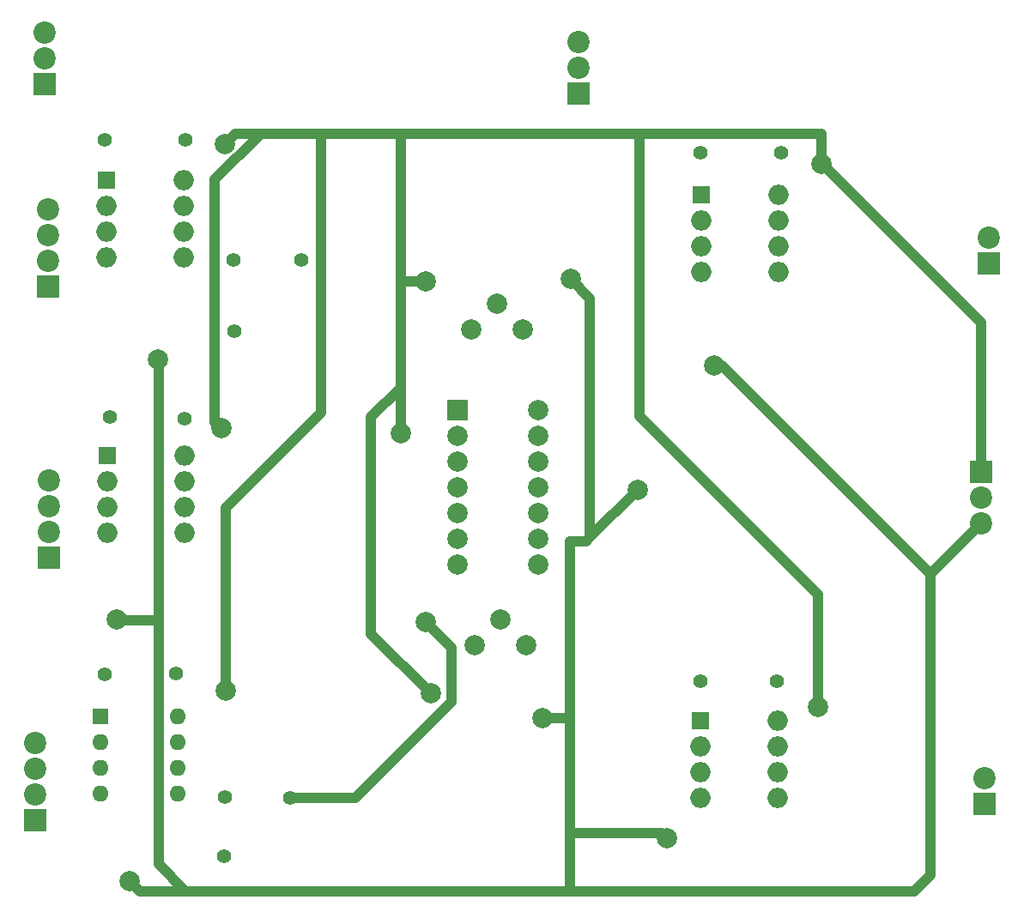
<source format=gbr>
%TF.GenerationSoftware,KiCad,Pcbnew,7.0.5*%
%TF.CreationDate,2023-07-31T13:29:29+02:00*%
%TF.ProjectId,Byaxon_2D_V1,42796178-6f6e-45f3-9244-5f56312e6b69,rev?*%
%TF.SameCoordinates,Original*%
%TF.FileFunction,Copper,L1,Top*%
%TF.FilePolarity,Positive*%
%FSLAX46Y46*%
G04 Gerber Fmt 4.6, Leading zero omitted, Abs format (unit mm)*
G04 Created by KiCad (PCBNEW 7.0.5) date 2023-07-31 13:29:29*
%MOMM*%
%LPD*%
G01*
G04 APERTURE LIST*
%TA.AperFunction,ComponentPad*%
%ADD10R,1.800000X1.800000*%
%TD*%
%TA.AperFunction,ComponentPad*%
%ADD11O,2.000000X2.000000*%
%TD*%
%TA.AperFunction,ComponentPad*%
%ADD12C,1.400000*%
%TD*%
%TA.AperFunction,ComponentPad*%
%ADD13C,2.000000*%
%TD*%
%TA.AperFunction,ComponentPad*%
%ADD14R,2.200000X2.200000*%
%TD*%
%TA.AperFunction,ComponentPad*%
%ADD15C,2.200000*%
%TD*%
%TA.AperFunction,ComponentPad*%
%ADD16R,2.000000X2.000000*%
%TD*%
%TA.AperFunction,ComponentPad*%
%ADD17R,1.600000X1.600000*%
%TD*%
%TA.AperFunction,ComponentPad*%
%ADD18O,1.600000X1.600000*%
%TD*%
%TA.AperFunction,ViaPad*%
%ADD19C,2.000000*%
%TD*%
%TA.AperFunction,Conductor*%
%ADD20C,1.000000*%
%TD*%
G04 APERTURE END LIST*
D10*
%TO.P,INA217_9,1,Rg*%
%TO.N,Net-(J9-Pin_1)*%
X116500000Y-109160000D03*
D11*
%TO.P,INA217_9,2,-*%
%TO.N,Net-(INA217_8-+)*%
X116500000Y-111700000D03*
%TO.P,INA217_9,3,+*%
%TO.N,Net-(INA217_9-+)*%
X116500000Y-114240000D03*
%TO.P,INA217_9,4,Vs-*%
%TO.N,-13*%
X116500000Y-116780000D03*
%TO.P,INA217_9,5,Ref*%
%TO.N,Earth*%
X124120000Y-116780000D03*
%TO.P,INA217_9,6*%
%TO.N,Net-(gradOutPut3-Pin_1)*%
X124120000Y-114240000D03*
%TO.P,INA217_9,7,Vs+*%
%TO.N,+13*%
X124120000Y-111700000D03*
%TO.P,INA217_9,8,Rg*%
%TO.N,Net-(J10-Pin_1)*%
X124120000Y-109160000D03*
%TD*%
D12*
%TO.P,J6,1,Pin_1*%
%TO.N,Net-(J6-Pin_1)*%
X65700000Y-51900000D03*
%TD*%
%TO.P,J8,1,Pin_1*%
%TO.N,Net-(J8-Pin_1)*%
X124400000Y-53100000D03*
%TD*%
%TO.P,J14,1,Pin_1*%
%TO.N,Net-(INA217_1-Ref)*%
X70400000Y-63725000D03*
%TD*%
%TO.P,J2,1,Pin_1*%
%TO.N,Net-(J2-Pin_1)*%
X64750000Y-104500000D03*
%TD*%
D13*
%TO.P,VR2,1,1*%
%TO.N,Net-(R11-Pad2)*%
X94200000Y-101700000D03*
%TO.P,VR2,2,2*%
%TO.N,Net-(R8-Pad1)*%
X96740000Y-99160000D03*
%TO.P,VR2,3,3*%
%TO.N,Net-(R12-Pad1)*%
X99280000Y-101700000D03*
%TD*%
D12*
%TO.P,J16,1,Pin_1*%
%TO.N,Net-(INA217_6-Ref)*%
X69600000Y-116700000D03*
%TD*%
D14*
%TO.P,connAlimen1,1,Pin_1*%
%TO.N,+13*%
X144200000Y-84600000D03*
D15*
%TO.P,connAlimen1,2,Pin_2*%
%TO.N,Earth*%
X144200000Y-87140000D03*
%TO.P,connAlimen1,3,Pin_3*%
%TO.N,-13*%
X144200000Y-89680000D03*
%TD*%
D14*
%TO.P,gradOutPut3,1,Pin_1*%
%TO.N,Net-(gradOutPut3-Pin_1)*%
X144500000Y-117390000D03*
D15*
%TO.P,gradOutPut3,2,Pin_2*%
%TO.N,Earth*%
X144500000Y-114850000D03*
%TD*%
D13*
%TO.P,VR1,1,1*%
%TO.N,Net-(R9-Pad2)*%
X93900000Y-70600000D03*
%TO.P,VR1,2,2*%
%TO.N,Net-(R28-Pad1)*%
X96440000Y-68060000D03*
%TO.P,VR1,3,3*%
%TO.N,Net-(R10-Pad1)*%
X98980000Y-70600000D03*
%TD*%
D10*
%TO.P,INA217_7,1,Rg*%
%TO.N,Net-(J3-Pin_1)*%
X58000000Y-83000000D03*
D11*
%TO.P,INA217_7,2,-*%
%TO.N,Net-(INA217_7--)*%
X58000000Y-85540000D03*
%TO.P,INA217_7,3,+*%
%TO.N,Net-(INA217_7-+)*%
X58000000Y-88080000D03*
%TO.P,INA217_7,4,Vs-*%
%TO.N,-13*%
X58000000Y-90620000D03*
%TO.P,INA217_7,5,Ref*%
%TO.N,Earth*%
X65620000Y-90620000D03*
%TO.P,INA217_7,6*%
%TO.N,Net-(INA217_8-+)*%
X65620000Y-88080000D03*
%TO.P,INA217_7,7,Vs+*%
%TO.N,+13*%
X65620000Y-85540000D03*
%TO.P,INA217_7,8,Rg*%
%TO.N,Net-(J4-Pin_1)*%
X65620000Y-83000000D03*
%TD*%
D12*
%TO.P,J12,1,Pin_1*%
%TO.N,Earth*%
X70500000Y-70725000D03*
%TD*%
%TO.P,J18,1,Pin_1*%
%TO.N,Earth*%
X69500000Y-122600000D03*
%TD*%
D14*
%TO.P,Lemo5,1,Pin_1*%
%TO.N,Earth*%
X52200000Y-93137500D03*
D15*
%TO.P,Lemo5,2,Pin_2*%
%TO.N,Net-(Lemo5-Pin_2)*%
X52200000Y-90597500D03*
%TO.P,Lemo5,3,Pin_3*%
%TO.N,Net-(INA217_7-+)*%
X52200000Y-88057500D03*
%TO.P,Lemo5,4,Pin_4*%
%TO.N,Net-(INA217_7--)*%
X52200000Y-85517500D03*
%TD*%
D16*
%TO.P,U1,1*%
%TO.N,Net-(J13-Pin_1)*%
X92530500Y-78570000D03*
D13*
%TO.P,U1,2,-*%
%TO.N,Net-(U1A--)*%
X92530500Y-81110000D03*
%TO.P,U1,3,+*%
%TO.N,Earth*%
X92530500Y-83650000D03*
%TO.P,U1,4,V+*%
%TO.N,+13*%
X92530500Y-86190000D03*
%TO.P,U1,5,+*%
%TO.N,Earth*%
X92530500Y-88730000D03*
%TO.P,U1,6,-*%
%TO.N,Net-(U1B--)*%
X92530500Y-91270000D03*
%TO.P,U1,7*%
%TO.N,Net-(J15-Pin_1)*%
X92530500Y-93810000D03*
%TO.P,U1,8*%
%TO.N,Net-(U1C--)*%
X100470500Y-93810000D03*
%TO.P,U1,9,-*%
X100470500Y-91270000D03*
%TO.P,U1,10,+*%
%TO.N,Earth*%
X100470500Y-88730000D03*
%TO.P,U1,11,V-*%
%TO.N,-13*%
X100470500Y-86190000D03*
%TO.P,U1,12,+*%
%TO.N,Earth*%
X100470500Y-83650000D03*
%TO.P,U1,13,-*%
%TO.N,Net-(U1D--)*%
X100470500Y-81110000D03*
%TO.P,U1,14*%
X100470500Y-78570000D03*
%TD*%
D12*
%TO.P,J4,1,Pin_1*%
%TO.N,Net-(J4-Pin_1)*%
X65620000Y-79400000D03*
%TD*%
D10*
%TO.P,INA217_1,1,Rg*%
%TO.N,Net-(J5-Pin_1)*%
X57880000Y-55867500D03*
D11*
%TO.P,INA217_1,2,-*%
%TO.N,Net-(INA217_1--)*%
X57880000Y-58407500D03*
%TO.P,INA217_1,3,+*%
%TO.N,Net-(INA217_1-+)*%
X57880000Y-60947500D03*
%TO.P,INA217_1,4,Vs-*%
%TO.N,-13*%
X57880000Y-63487500D03*
%TO.P,INA217_1,5,Ref*%
%TO.N,Net-(INA217_1-Ref)*%
X65500000Y-63487500D03*
%TO.P,INA217_1,6*%
%TO.N,Net-(INA217_8--)*%
X65500000Y-60947500D03*
%TO.P,INA217_1,7,Vs+*%
%TO.N,+13*%
X65500000Y-58407500D03*
%TO.P,INA217_1,8,Rg*%
%TO.N,Net-(J6-Pin_1)*%
X65500000Y-55867500D03*
%TD*%
D14*
%TO.P,Lemo6,1,Pin_1*%
%TO.N,Earth*%
X52100000Y-66380000D03*
D15*
%TO.P,Lemo6,2,Pin_2*%
%TO.N,Net-(Lemo6-Pin_2)*%
X52100000Y-63840000D03*
%TO.P,Lemo6,3,Pin_3*%
%TO.N,Net-(INA217_1-+)*%
X52100000Y-61300000D03*
%TO.P,Lemo6,4,Pin_4*%
%TO.N,Net-(INA217_1--)*%
X52100000Y-58760000D03*
%TD*%
D12*
%TO.P,J3,1,Pin_1*%
%TO.N,Net-(J3-Pin_1)*%
X58220000Y-79220000D03*
%TD*%
D14*
%TO.P,connAlimen9v1,1,Pin_1*%
%TO.N,Earth*%
X104500000Y-47300000D03*
D15*
%TO.P,connAlimen9v1,2,Pin_2*%
%TO.N,unconnected-(connAlimen9v1-Pin_2-Pad2)*%
X104500000Y-44760000D03*
%TO.P,connAlimen9v1,3,Pin_3*%
%TO.N,unconnected-(connAlimen9v1-Pin_3-Pad3)*%
X104500000Y-42220000D03*
%TD*%
%TO.P,gradOutPut4,2,Pin_2*%
%TO.N,Earth*%
X144900000Y-61500000D03*
D14*
%TO.P,gradOutPut4,1,Pin_1*%
%TO.N,Net-(gradOutPut4-Pin_1)*%
X144900000Y-64040000D03*
%TD*%
%TO.P,connPotes2,1,Pin_1*%
%TO.N,Net-(connPotes2-Pin_1)*%
X51800000Y-46400000D03*
D15*
%TO.P,connPotes2,2,Pin_2*%
%TO.N,Net-(connPotes2-Pin_2)*%
X51800000Y-43860000D03*
%TO.P,connPotes2,3,Pin_3*%
%TO.N,Net-(connPotes2-Pin_3)*%
X51800000Y-41320000D03*
%TD*%
D14*
%TO.P,Lemo4,1,Pin_1*%
%TO.N,Earth*%
X50900000Y-119020000D03*
D15*
%TO.P,Lemo4,2,Pin_2*%
%TO.N,Net-(Lemo4-Pin_2)*%
X50900000Y-116480000D03*
%TO.P,Lemo4,3,Pin_3*%
%TO.N,Net-(INA217_6-+)*%
X50900000Y-113940000D03*
%TO.P,Lemo4,4,Pin_4*%
%TO.N,Net-(INA217_6--)*%
X50900000Y-111400000D03*
%TD*%
D12*
%TO.P,J9,1,Pin_1*%
%TO.N,Net-(J9-Pin_1)*%
X116500000Y-105300000D03*
%TD*%
%TO.P,J13,1,Pin_1*%
%TO.N,Net-(J13-Pin_1)*%
X77100000Y-63725000D03*
%TD*%
D10*
%TO.P,INA217_8,1,Rg*%
%TO.N,Net-(J7-Pin_1)*%
X116600000Y-57300000D03*
D11*
%TO.P,INA217_8,2,-*%
%TO.N,Net-(INA217_8--)*%
X116600000Y-59840000D03*
%TO.P,INA217_8,3,+*%
%TO.N,Net-(INA217_8-+)*%
X116600000Y-62380000D03*
%TO.P,INA217_8,4,Vs-*%
%TO.N,-13*%
X116600000Y-64920000D03*
%TO.P,INA217_8,5,Ref*%
%TO.N,Earth*%
X124220000Y-64920000D03*
%TO.P,INA217_8,6*%
%TO.N,Net-(gradOutPut4-Pin_1)*%
X124220000Y-62380000D03*
%TO.P,INA217_8,7,Vs+*%
%TO.N,+13*%
X124220000Y-59840000D03*
%TO.P,INA217_8,8,Rg*%
%TO.N,Net-(J8-Pin_1)*%
X124220000Y-57300000D03*
%TD*%
D17*
%TO.P,INA217_6,1,Rg*%
%TO.N,Net-(J1-Pin_1)*%
X57260000Y-108780000D03*
D18*
%TO.P,INA217_6,2,-*%
%TO.N,Net-(INA217_6--)*%
X57260000Y-111320000D03*
%TO.P,INA217_6,3,+*%
%TO.N,Net-(INA217_6-+)*%
X57260000Y-113860000D03*
%TO.P,INA217_6,4,Vs-*%
%TO.N,-13*%
X57260000Y-116400000D03*
%TO.P,INA217_6,5,Ref*%
%TO.N,Net-(INA217_6-Ref)*%
X64880000Y-116400000D03*
%TO.P,INA217_6,6*%
%TO.N,Net-(INA217_9-+)*%
X64880000Y-113860000D03*
%TO.P,INA217_6,7,Vs+*%
%TO.N,+13*%
X64880000Y-111320000D03*
%TO.P,INA217_6,8,Rg*%
%TO.N,Net-(J2-Pin_1)*%
X64880000Y-108780000D03*
%TD*%
D12*
%TO.P,J5,1,Pin_1*%
%TO.N,Net-(J5-Pin_1)*%
X57700000Y-51887500D03*
%TD*%
%TO.P,J10,1,Pin_1*%
%TO.N,Net-(J10-Pin_1)*%
X124000000Y-105300000D03*
%TD*%
%TO.P,J1,1,Pin_1*%
%TO.N,Net-(J1-Pin_1)*%
X57700000Y-104600000D03*
%TD*%
%TO.P,J7,1,Pin_1*%
%TO.N,Net-(J7-Pin_1)*%
X116500000Y-53100000D03*
%TD*%
%TO.P,J15,1,Pin_1*%
%TO.N,Net-(J15-Pin_1)*%
X76000000Y-116800000D03*
%TD*%
D19*
%TO.N,Net-(J15-Pin_1)*%
X89400000Y-99450000D03*
%TO.N,+13*%
X89900000Y-106500000D03*
%TO.N,-13*%
X100900000Y-108900000D03*
X103700000Y-65600000D03*
%TO.N,+13*%
X89400000Y-65800000D03*
%TO.N,-13*%
X117800000Y-74100000D03*
X63000000Y-73500000D03*
X58900000Y-99200000D03*
X113200000Y-120800000D03*
X110300000Y-86400000D03*
X60200000Y-125000000D03*
%TO.N,+13*%
X128100000Y-107800000D03*
X69700000Y-106200000D03*
X69200000Y-80300000D03*
X86900000Y-80800000D03*
X69600000Y-52300000D03*
X128400000Y-54200000D03*
%TD*%
D20*
%TO.N,Net-(J15-Pin_1)*%
X91900000Y-101950000D02*
X89400000Y-99450000D01*
X91900000Y-107328428D02*
X91900000Y-101950000D01*
X82428428Y-116800000D02*
X91900000Y-107328428D01*
X76000000Y-116800000D02*
X82428428Y-116800000D01*
%TO.N,+13*%
X86900000Y-76300000D02*
X86900000Y-75200000D01*
X84000000Y-79200000D02*
X86900000Y-76300000D01*
X86900000Y-75200000D02*
X86900000Y-65800000D01*
X84000000Y-100600000D02*
X84000000Y-79200000D01*
X89900000Y-106500000D02*
X84000000Y-100600000D01*
X86900000Y-80800000D02*
X86900000Y-75200000D01*
%TO.N,-13*%
X100900000Y-108900000D02*
X103600000Y-108900000D01*
X103600000Y-120300000D02*
X103600000Y-108900000D01*
X103600000Y-108900000D02*
X103600000Y-91500000D01*
X105600000Y-91100000D02*
X110300000Y-86400000D01*
X105200000Y-91500000D02*
X105600000Y-91100000D01*
X105600000Y-67500000D02*
X105600000Y-91100000D01*
X103700000Y-65600000D02*
X105600000Y-67500000D01*
%TO.N,+13*%
X86900000Y-65800000D02*
X86900000Y-51400000D01*
X86900000Y-65800000D02*
X89400000Y-65800000D01*
%TO.N,-13*%
X103600000Y-91500000D02*
X105200000Y-91500000D01*
X118620000Y-74100000D02*
X117800000Y-74100000D01*
X139200000Y-94680000D02*
X118620000Y-74100000D01*
X63100000Y-73600000D02*
X63000000Y-73500000D01*
X63100000Y-99300000D02*
X63100000Y-73600000D01*
X59000000Y-99300000D02*
X58900000Y-99200000D01*
X63100000Y-99300000D02*
X59000000Y-99300000D01*
X63050000Y-123350000D02*
X63050000Y-99350000D01*
X65700000Y-126000000D02*
X63050000Y-123350000D01*
X63050000Y-99350000D02*
X63100000Y-99300000D01*
X65700000Y-126000000D02*
X61200000Y-126000000D01*
X103600000Y-126000000D02*
X65700000Y-126000000D01*
X112700000Y-120300000D02*
X113200000Y-120800000D01*
X103600000Y-120300000D02*
X112700000Y-120300000D01*
X103600000Y-126000000D02*
X103600000Y-120300000D01*
X107700000Y-126000000D02*
X103600000Y-126000000D01*
X118000000Y-126000000D02*
X107700000Y-126000000D01*
X61200000Y-126000000D02*
X60200000Y-125000000D01*
X118000000Y-126000000D02*
X117000000Y-126000000D01*
X137600000Y-126000000D02*
X118000000Y-126000000D01*
X139200000Y-124400000D02*
X137600000Y-126000000D01*
X139200000Y-94680000D02*
X139200000Y-124400000D01*
X144200000Y-89680000D02*
X139200000Y-94680000D01*
%TO.N,+13*%
X110500000Y-79100000D02*
X110500000Y-51300000D01*
X128100000Y-96700000D02*
X110500000Y-79100000D01*
X128100000Y-107800000D02*
X128100000Y-96700000D01*
X128400000Y-51300000D02*
X110500000Y-51300000D01*
X110500000Y-51300000D02*
X86800000Y-51300000D01*
X79100000Y-78800000D02*
X79100000Y-51300000D01*
X79100000Y-51300000D02*
X73100000Y-51300000D01*
X69700000Y-88200000D02*
X79100000Y-78800000D01*
X69700000Y-106200000D02*
X69700000Y-88200000D01*
X86800000Y-51300000D02*
X79100000Y-51300000D01*
X68600000Y-55800000D02*
X73100000Y-51300000D01*
X69200000Y-80300000D02*
X68600000Y-79700000D01*
X68600000Y-79700000D02*
X68600000Y-55800000D01*
X73100000Y-51300000D02*
X70600000Y-51300000D01*
X86900000Y-51400000D02*
X86800000Y-51300000D01*
X70600000Y-51300000D02*
X69600000Y-52300000D01*
X128400000Y-54200000D02*
X128400000Y-51300000D01*
X128400000Y-54100000D02*
X128500000Y-54200000D01*
X128400000Y-54200000D02*
X128400000Y-54100000D01*
X128500000Y-54200000D02*
X128400000Y-54200000D01*
X144200000Y-69900000D02*
X128500000Y-54200000D01*
X144200000Y-84600000D02*
X144200000Y-69900000D01*
%TD*%
M02*

</source>
